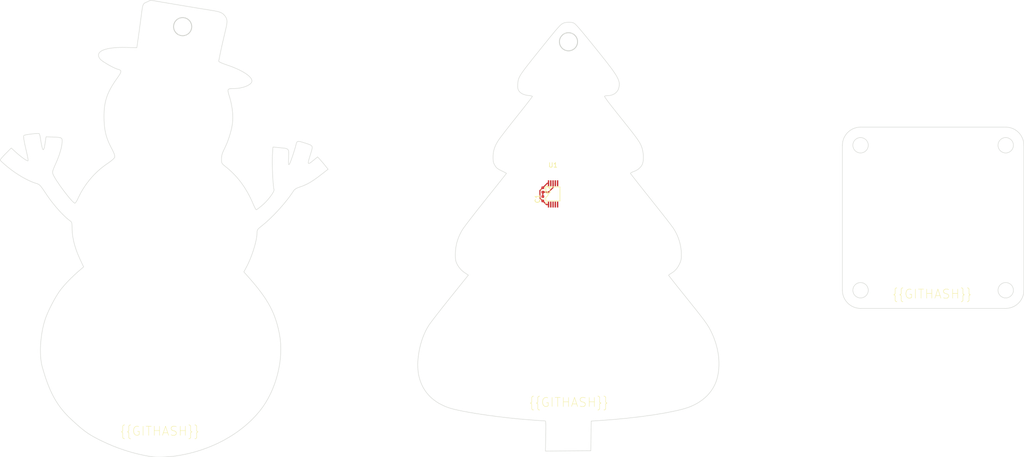
<source format=kicad_pcb>
(kicad_pcb (version 20221018) (generator pcbnew)
  (layers (0 "F.Cu" signal) (31 "B.Cu" signal) (34 "B.Paste" user) (35 "F.Paste" user) (36 "B.SilkS" user "B.Silkscreen") (37 "F.SilkS" user "F.Silkscreen") (38 "B.Mask" user) (39 "F.Mask" user) (44 "Edge.Cuts" user))
  (net 0 "")
  (net 1 "vcc")
  (net 2 "scl")
  (net 3 "sda")
  (net 4 "in_trig")
  (net 5 "en")
  (net 6 "vdd_nc")
  (net 7 "p")
  (net 8 "gnd")
  (net 9 "n")
  (footprint "lib:C0402" (layer "F.Cu") (at 155.566181 91.641436 -90)
    (fp_text reference "C2" (at 0 -1.16 90) (layer "F.SilkS"))
    (fp_text value "Multilayer Ceramic Capacitors MLCC - SMD/SMT 1uF 6.3V 0402 RoHS")
    (fp_line (start -0.107836 -0.36) (end 0.107836 -0.36) (stroke (width 0.12)) (layer "F.SilkS"))
    (fp_line (start -0.107836 0.36) (end 0.107836 0.36) (stroke (width 0.12)) (layer "F.SilkS"))
    (pad "1" smd roundrect (at -0.48 0 270) (size 0.56 0.62) (layers "F.Cu" "F.Paste" "F.Mask") (net 1 "vcc"))
    (pad "2" smd roundrect (at 0.48 0 270) (size 0.56 0.62) (layers "F.Cu" "F.Paste" "F.Mask") (net 8 "gnd"))
  )
  (footprint "lib:VSSOP-10_L3.0-W3.0-P0.50-LS4.9-BL" (layer "F.Cu") (at 157.825 92.525)
    (fp_text reference "U1" (at 0 -6.35) (layer "F.SilkS"))
    (fp_text value "")
    (fp_line (start -1.6 -1.53) (end -1.6 -0.7) (stroke (width 0.15)) (layer "F.SilkS"))
    (fp_line (start -1.6 0.73) (end -1.6 1.56) (stroke (width 0.15)) (layer "F.SilkS"))
    (fp_line (start -1.58 -1.53) (end 1.52 -1.53) (stroke (width 0.15)) (layer "F.SilkS"))
    (fp_line (start -1.58 1.56) (end 1.52 1.56) (stroke (width 0.15)) (layer "F.SilkS"))
    (fp_line (start 1.52 1.57) (end 1.52 -1.53) (stroke (width 0.15)) (layer "F.SilkS"))
    (fp_arc (start -1.605241 -0.671551) (mid -1.079184 0.027267) (end -1.6 0.73) (stroke (width 0.15)) (layer "F.SilkS"))
    (fp_circle (center -1.52 1.98) (end -1.42 1.98) (stroke (width 0.2)) (fill none) (layer "F.SilkS"))
    (pad "1" smd rect (at -1 2.35) (size 0.3 1.3) (layers "F.Cu" "F.Paste" "F.Mask") (net 1 "vcc"))
    (pad "2" smd rect (at -0.5 2.35) (size 0.3 1.3) (layers "F.Cu" "F.Paste" "F.Mask") (net 2 "scl"))
    (pad "3" smd rect (at 0 2.35) (size 0.3 1.3) (layers "F.Cu" "F.Paste" "F.Mask") (net 3 "sda"))
    (pad "4" smd rect (at 0.5 2.35) (size 0.3 1.3) (layers "F.Cu" "F.Paste" "F.Mask") (net 4 "in_trig"))
    (pad "5" smd rect (at 1 2.35) (size 0.3 1.3) (layers "F.Cu" "F.Paste" "F.Mask") (net 5 "en"))
    (pad "6" smd rect (at 1 -2.35) (size 0.3 1.3) (layers "F.Cu" "F.Paste" "F.Mask") (net 6 "vdd_nc"))
    (pad "7" smd rect (at 0.5 -2.35) (size 0.3 1.3) (layers "F.Cu" "F.Paste" "F.Mask") (net 7 "p"))
    (pad "8" smd rect (at 0 -2.35) (size 0.3 1.3) (layers "F.Cu" "F.Paste" "F.Mask") (net 8 "gnd"))
    (pad "9" smd rect (at -0.5 -2.35) (size 0.3 1.3) (layers "F.Cu" "F.Paste" "F.Mask") (net 9 "n"))
    (pad "10" smd rect (at -1 -2.35) (size 0.3 1.3) (layers "F.Cu" "F.Paste" "F.Mask") (net 1 "vcc"))
  )
  (footprint "lib:C0402" (layer "F.Cu") (at 155.566181 93.595775 90)
    (fp_text reference "C1" (at 0 -1.16 90) (layer "F.SilkS"))
    (fp_text value "Multilayer Ceramic Capacitors MLCC - SMD/SMT 1uF 6.3V 0402 RoHS")
    (fp_line (start -0.107836 -0.36) (end 0.107836 -0.36) (stroke (width 0.12)) (layer "F.SilkS"))
    (fp_line (start -0.107836 0.36) (end 0.107836 0.36) (stroke (width 0.12)) (layer "F.SilkS"))
    (pad "1" smd roundrect (at -0.48 0 90) (size 0.56 0.62) (layers "F.Cu" "F.Paste" "F.Mask") (net 1 "vcc"))
    (pad "2" smd roundrect (at 0.48 0 90) (size 0.56 0.62) (layers "F.Cu" "F.Paste" "F.Mask") (net 8 "gnd"))
  )
  (gr_circle (center 225.62 81.79) (end 227.32 81.79) (stroke (width 0.1)) (fill none) (layer "Edge.Cuts"))
  (gr_circle (center 257.62 113.79) (end 259.32 113.79) (stroke (width 0.1)) (fill none) (layer "Edge.Cuts"))
  (gr_circle (center 257.62 81.79) (end 259.32 81.79) (stroke (width 0.1)) (fill none) (layer "Edge.Cuts"))
  (gr_poly (pts (xy 75.142222 50.797022) (xy 79.756606 51.568267) (xy 82.366969 51.99203) (xy 83.019066 52.095762) (xy 83.303876 52.146979) (xy 83.563537 52.198618) (xy 83.799806 52.251323) (xy 84.01444 52.305736) (xy 84.209196 52.362498) (xy 84.385831 52.422252) (xy 84.546102 52.485641) (xy 84.691766 52.553306) (xy 84.824581 52.62589) (xy 84.946303 52.704035) (xy 85.05869 52.788383) (xy 85.163499 52.879577) (xy 85.262486 52.978258) (xy 85.357409 53.08507) (xy 85.479286 53.234958) (xy 85.586233 53.378736) (xy 85.634185 53.44915) (xy 85.678498 53.519015) (xy 85.719202 53.588656) (xy 85.75633 53.658402) (xy 85.789911 53.728576) (xy 85.819976 53.799506) (xy 85.846558 53.871517) (xy 85.869686 53.944936) (xy 85.889392 54.020089) (xy 85.905707 54.097301) (xy 85.918662 54.176899) (xy 85.928287 54.259209) (xy 85.934615 54.344557) (xy 85.937675 54.433269) (xy 85.937499 54.525672) (xy 85.934119 54.62209) (xy 85.927564 54.722851) (xy 85.917866 54.82828) (xy 85.889166 55.054449) (xy 85.848266 55.303204) (xy 85.795414 55.577155) (xy 85.730859 55.878909) (xy 85.654849 56.211077) (xy 84.878546 59.55341) (xy 84.657875 60.550977) (xy 84.450892 61.532488) (xy 84.331406 62.116419) (xy 84.229648 62.629765) (xy 84.15639 63.017063) (xy 84.122409 63.222849) (xy 84.123062 63.236814) (xy 84.127967 63.251873) (xy 84.137065 63.268001) (xy 84.150302 63.285171) (xy 84.167619 63.303357) (xy 84.188962 63.322534) (xy 84.214273 63.342674) (xy 84.243497 63.363751) (xy 84.313454 63.408613) (xy 84.398381 63.456909) (xy 84.497828 63.50843) (xy 84.611342 63.562966) (xy 84.738473 63.620306) (xy 84.878767 63.680241) (xy 85.031775 63.742561) (xy 85.197043 63.807056) (xy 85.374121 63.873515) (xy 85.562558 63.94173) (xy 85.7619 64.011489) (xy 85.971698 64.082583) (xy 86.585981 64.296029) (xy 87.172975 64.516947) (xy 87.730729 64.744054) (xy 88.257293 64.976069) (xy 88.75072 65.211708) (xy 89.209058 65.449689) (xy 89.63036 65.68873) (xy 90.012676 65.927548) (xy 90.354056 66.16486) (xy 90.652552 66.399385) (xy 90.906214 66.629839) (xy 91.113092 66.85494) (xy 91.271238 67.073405) (xy 91.378702 67.283953) (xy 91.412819 67.385857) (xy 91.433535 67.485301) (xy 91.440605 67.582123) (xy 91.433787 67.676165) (xy 91.41712 67.753004) (xy 91.390362 67.829368) (xy 91.35383 67.905131) (xy 91.307839 67.980165) (xy 91.252707 68.054343) (xy 91.188749 68.12754) (xy 91.116281 68.199626) (xy 91.03562 68.270477) (xy 90.947082 68.339964) (xy 90.850984 68.407961) (xy 90.747641 68.47434) (xy 90.637371 68.538975) (xy 90.520488 68.601739) (xy 90.39731 68.662505) (xy 90.268153 68.721145) (xy 90.133332 68.777534) (xy 89.993165 68.831543) (xy 89.847967 68.883047) (xy 89.543745 68.978027) (xy 89.223197 69.06146) (xy 88.888852 69.132329) (xy 88.54324 69.189618) (xy 88.188892 69.232313) (xy 88.009232 69.24787) (xy 87.828337 69.259397) (xy 87.646523 69.266767) (xy 87.464106 69.269854) (xy 87.202959 69.272042) (xy 86.97453 69.277492) (xy 86.777472 69.288473) (xy 86.690288 69.296746) (xy 86.610443 69.307253) (xy 86.537768 69.320276) (xy 86.472096 69.3361) (xy 86.413258 69.355009) (xy 86.361087 69.377285) (xy 86.315414 69.403211) (xy 86.276071 69.433073) (xy 86.24289 69.467154) (xy 86.215703 69.505736) (xy 86.194342 69.549103) (xy 86.178638 69.59754) (xy 86.168424 69.65133) (xy 86.163532 69.710755) (xy 86.163793 69.776101) (xy 86.169039 69.847649) (xy 86.179102 69.925685) (xy 86.193814 70.010491) (xy 86.236514 70.20155) (xy 86.295792 70.423093) (xy 86.370304 70.677389) (xy 86.458705 70.966708) (xy 86.582128 71.384478) (xy 86.694998 71.803093) (xy 86.797211 72.221567) (xy 86.888665 72.638919) (xy 86.969257 73.054166) (xy 87.038885 73.466323) (xy 87.097447 73.874409) (xy 87.144838 74.277439) (xy 87.180958 74.674432) (xy 87.205702 75.064404) (xy 87.21897 75.446371) (xy 87.220657 75.819352) (xy 87.210662 76.182361) (xy 87.188881 76.534418) (xy 87.155212 76.874538) (xy 87.109553 77.201739) (xy 86.986123 77.871628) (xy 86.830027 78.558912) (xy 86.643845 79.255662) (xy 86.430157 79.953949) (xy 86.19154 80.645848) (xy 85.930575 81.323429) (xy 85.649841 81.978766) (xy 85.351916 82.60393) (xy 85.189192 82.938586) (xy 85.118752 83.093315) (xy 85.055229 83.240939) (xy 84.998352 83.382431) (xy 84.947849 83.518761) (xy 84.903447 83.650903) (xy 84.864875 83.779828) (xy 84.831859 83.906506) (xy 84.804129 84.031911) (xy 84.781412 84.157013) (xy 84.763435 84.282785) (xy 84.749927 84.410197) (xy 84.740615 84.540223) (xy 84.735228 84.673833) (xy 84.733493 84.811999) (xy 84.736223 85.129082) (xy 84.741369 85.261496) (xy 84.750575 85.379459) (xy 84.764997 85.485194) (xy 84.774524 85.534172) (xy 84.785789 85.580928) (xy 84.798934 85.625739) (xy 84.814106 85.668884) (xy 84.831447 85.710641) (xy 84.851104 85.751288) (xy 84.873219 85.791103) (xy 84.897937 85.830364) (xy 84.925403 85.869349) (xy 84.955761 85.908337) (xy 84.989155 85.947605) (xy 85.02573 85.987432) (xy 85.109 86.069873) (xy 85.206725 86.157886) (xy 85.320061 86.253696) (xy 85.598185 86.477602) (xy 86.096863 86.886277) (xy 86.577755 87.306529) (xy 87.04138 87.739064) (xy 87.488258 88.184586) (xy 87.918909 88.6438) (xy 88.333852 89.117412) (xy 88.733607 89.606125) (xy 89.118694 90.110646) (xy 89.489632 90.631678) (xy 89.846941 91.169927) (xy 90.19114 91.726098) (xy 90.52275 92.300895) (xy 90.84229 92.895024) (xy 91.150279 93.509189) (xy 91.447237 94.144095) (xy 91.733683 94.800448) (xy 91.84059 95.047283) (xy 91.945802 95.277558) (xy 92.046625 95.486234) (xy 92.140364 95.668271) (xy 92.224324 95.818627) (xy 92.295813 95.932265) (xy 92.326039 95.973739) (xy 92.352136 96.004143) (xy 92.373767 96.022848) (xy 92.382804 96.027616) (xy 92.390597 96.029223) (xy 92.399173 96.028006) (xy 92.410522 96.024397) (xy 92.441219 96.010237) (xy 92.482045 95.987221) (xy 92.53236 95.955824) (xy 92.591521 95.916524) (xy 92.658887 95.869798) (xy 92.815666 95.755976) (xy 92.997564 95.618173) (xy 93.199447 95.460204) (xy 93.416182 95.285885) (xy 93.642634 95.099032) (xy 93.891007 94.882848) (xy 94.141366 94.648628) (xy 94.390948 94.400061) (xy 94.636991 94.140836) (xy 94.87673 93.874641) (xy 95.107403 93.605164) (xy 95.326247 93.336095) (xy 95.530498 93.071122) (xy 95.717394 92.813933) (xy 95.884171 92.568218) (xy 96.028066 92.337665) (xy 96.146316 92.125962) (xy 96.236159 91.936798) (xy 96.294829 91.773863) (xy 96.311612 91.703383) (xy 96.319566 91.640844) (xy 96.318345 91.586706) (xy 96.307605 91.54143) (xy 96.264441 91.378418) (xy 96.221593 91.121805) (xy 96.138989 90.373142) (xy 96.064068 89.386161) (xy 96.001109 88.251583) (xy 95.954389 87.060129) (xy 95.928186 85.902519) (xy 95.926777 84.869474) (xy 95.95444 84.051714) (xy 96.07471 82.177477) (xy 97.36716 82.304781) (xy 98.13507 82.379263) (xy 98.441266 82.413109) (xy 98.700599 82.449744) (xy 98.916803 82.492956) (xy 99.009898 82.518212) (xy 99.09361 82.546534) (xy 99.168406 82.578395) (xy 99.234753 82.614268) (xy 99.293117 82.654627) (xy 99.343964 82.699946) (xy 99.387763 82.750698) (xy 99.424978 82.807357) (xy 99.456076 82.870396) (xy 99.481525 82.94029) (xy 99.501791 83.017511) (xy 99.51734 83.102533) (xy 99.536155 83.297877) (xy 99.541702 83.530109) (xy 99.537716 83.803018) (xy 99.51607 84.486025) (xy 99.501811 85.019341) (xy 99.495778 85.429631) (xy 99.49953 85.727933) (xy 99.505563 85.838537) (xy 99.514626 85.925284) (xy 99.526915 85.989553) (xy 99.542625 86.032723) (xy 99.551823 86.046828) (xy 99.56195 86.056175) (xy 99.573029 86.060938) (xy 99.585085 86.061289) (xy 99.612224 86.049443) (xy 99.643564 86.022019) (xy 99.679299 85.980395) (xy 99.719623 85.925951) (xy 99.770963 85.835961) (xy 99.83738 85.6921) (xy 100.00736 85.267042) (xy 100.213404 84.699332) (xy 100.439353 84.037526) (xy 100.669049 83.330178) (xy 100.886332 82.625845) (xy 101.075044 81.973082) (xy 101.219027 81.420443) (xy 101.232451 81.367288) (xy 101.246658 81.317349) (xy 101.261814 81.270604) (xy 101.278084 81.227032) (xy 101.295634 81.186611) (xy 101.314631 81.149321) (xy 101.33524 81.115138) (xy 101.357628 81.084043) (xy 101.381959 81.056013) (xy 101.4084 81.031027) (xy 101.437117 81.009064) (xy 101.468275 80.990102) (xy 101.502041 80.974119) (xy 101.538581 80.961095) (xy 101.578059 80.951007) (xy 101.620643 80.943835) (xy 101.666497 80.939556) (xy 101.715788 80.938149) (xy 101.768682 80.939594) (xy 101.825345 80.943867) (xy 101.885942 80.950949) (xy 101.950639 80.960817) (xy 102.019603 80.97345) (xy 102.092998 80.988826) (xy 102.170992 81.006924) (xy 102.253749 81.027723) (xy 102.434219 81.077337) (xy 102.635734 81.137495) (xy 102.859622 81.208025) (xy 103.581471 81.438726) (xy 103.868146 81.535185) (xy 104.108644 81.625316) (xy 104.212356 81.669476) (xy 104.305459 81.713816) (xy 104.388264 81.758923) (xy 104.461082 81.805384) (xy 104.524226 81.853787) (xy 104.578006 81.904719) (xy 104.622735 81.958768) (xy 104.658725 82.01652) (xy 104.686285 82.078563) (xy 104.705729 82.145484) (xy 104.717368 82.217871) (xy 104.721513 82.296311) (xy 104.718476 82.381392) (xy 104.708568 82.4737) (xy 104.692102 82.573823) (xy 104.669388 82.682348) (xy 104.606464 82.926954) (xy 104.522289 83.212218) (xy 104.300158 83.92351) (xy 104.076968 84.658354) (xy 103.993442 84.95378) (xy 103.929762 85.203046) (xy 103.886777 85.407528) (xy 103.865337 85.568604) (xy 103.862962 85.633296) (xy 103.866292 85.687652) (xy 103.875434 85.731846) (xy 103.890492 85.766049) (xy 103.911574 85.790433) (xy 103.938786 85.805172) (xy 103.972234 85.810436) (xy 104.012025 85.806398) (xy 104.058263 85.79323) (xy 104.111056 85.771105) (xy 104.236732 85.700671) (xy 104.3899 85.596472) (xy 104.571411 85.459887) (xy 105.02286 85.095065) (xy 105.918216 84.355181) (xy 106.388476 84.86751) (xy 106.496975 84.987739) (xy 106.625318 85.133369) (xy 106.92254 85.478508) (xy 107.242155 85.858286) (xy 107.546176 86.22806) (xy 108.2336 87.076296) (xy 106.72333 88.254687) (xy 106.031007 88.783192) (xy 105.392025 89.245391) (xy 105.089314 89.453516) (xy 104.796071 89.647331) (xy 104.511007 89.827593) (xy 104.232833 89.995056) (xy 103.960259 90.150478) (xy 103.691998 90.294613) (xy 103.426759 90.428217) (xy 103.163254 90.552046) (xy 102.900193 90.666855) (xy 102.636288 90.773401) (xy 102.370249 90.872439) (xy 102.100787 90.964724) (xy 101.955978 91.013649) (xy 101.818902 91.062832) (xy 101.689432 91.112348) (xy 101.567439 91.162273) (xy 101.452795 91.212683) (xy 101.345371 91.263651) (xy 101.245039 91.315254) (xy 101.151671 91.367567) (xy 101.065138 91.420665) (xy 100.985313 91.474624) (xy 100.912065 91.529517) (xy 100.845269 91.585421) (xy 100.784794 91.642412) (xy 100.730512 91.700563) (xy 100.682296 91.759951) (xy 100.640017 91.82065) (xy 100.313962 92.312951) (xy 99.958065 92.82026) (xy 99.575318 93.339289) (xy 99.168711 93.866747) (xy 98.741234 94.399346) (xy 98.295878 94.933795) (xy 97.835635 95.466804) (xy 97.363494 95.995083) (xy 96.882446 96.515343) (xy 96.395482 97.024295) (xy 95.905593 97.518647) (xy 95.415769 97.995111) (xy 94.929002 98.450396) (xy 94.44828 98.881213) (xy 93.976596 99.284272) (xy 93.51694 99.656283) (xy 93.364132 99.777198) (xy 93.228349 99.887118) (xy 93.108601 99.987555) (xy 93.003899 100.080022) (xy 92.913256 100.166032) (xy 92.835682 100.247098) (xy 92.770188 100.324733) (xy 92.741662 100.362737) (xy 92.715786 100.40045) (xy 92.692435 100.438062) (xy 92.671487 100.475762) (xy 92.652817 100.513738) (xy 92.636302 100.552181) (xy 92.621819 100.591279) (xy 92.609244 100.631221) (xy 92.589322 100.714395) (xy 92.575548 100.803215) (xy 92.566934 100.899195) (xy 92.56249 101.003847) (xy 92.561229 101.118685) (xy 92.548214 101.459191) (xy 92.510172 101.840399) (xy 92.448603 102.257479) (xy 92.365007 102.705605) (xy 92.260885 103.179948) (xy 92.137739 103.675679) (xy 91.997068 104.187971) (xy 91.840373 104.711996) (xy 91.669155 105.242926) (xy 91.484915 105.775933) (xy 91.289154 106.306188) (xy 91.083372 106.828864) (xy 90.86907 107.339132) (xy 90.647749 107.832164) (xy 90.420909 108.303133) (xy 90.190051 108.74721) (xy 89.658061 109.729433) (xy 90.799319 111.025652) (xy 91.552256 111.894452) (xy 92.247519 112.726345) (xy 92.887901 113.52649) (xy 93.476195 114.300047) (xy 94.015193 115.052178) (xy 94.507688 115.788042) (xy 94.956473 116.5128) (xy 95.364341 117.231612) (xy 95.734083 117.949638) (xy 96.068493 118.672038) (xy 96.370364 119.403974) (xy 96.642488 120.150605) (xy 96.887657 120.917091) (xy 97.108665 121.708593) (xy 97.308304 122.530271) (xy 97.489367 123.387286) (xy 97.659586 124.435519) (xy 97.764545 125.512723) (xy 97.805707 126.613102) (xy 97.784533 127.73086) (xy 97.702485 128.860202) (xy 97.561026 129.995332) (xy 97.361618 131.130454) (xy 97.105722 132.259774) (xy 96.794801 133.377494) (xy 96.430316 134.47782) (xy 96.01373 135.554956) (xy 95.546505 136.603107) (xy 95.030102 137.616476) (xy 94.465984 138.589268) (xy 93.855613 139.515689) (xy 93.20045 140.389941) (xy 92.386005 141.350273) (xy 91.510226 142.273552) (xy 90.576227 143.158109) (xy 89.587122 144.002278) (xy 88.546024 144.80439) (xy 87.456048 145.562779) (xy 86.320308 146.275777) (xy 85.141916 146.941716) (xy 83.923988 147.558929) (xy 82.669636 148.125749) (xy 81.381976 148.640508) (xy 80.06412 149.101539) (xy 78.719182 149.507174) (xy 77.350277 149.855747) (xy 75.960518 150.145589) (xy 74.553019 150.375033) (xy 73.862872 150.459306) (xy 73.131633 150.525975) (xy 72.383923 150.574372) (xy 71.644361 150.603827) (xy 70.93757 150.613671) (xy 70.288169 150.603235) (xy 69.720779 150.57185) (xy 69.475532 150.548093) (xy 69.26002 150.518847) (xy 69.260051 150.518832) (xy 67.831835 150.262486) (xy 66.416949 149.953785) (xy 65.016193 149.592984) (xy 63.630368 149.180338) (xy 62.260274 148.716103) (xy 60.90671 148.200532) (xy 59.570477 147.633881) (xy 58.252375 147.016405) (xy 57.283074 146.528505) (xy 56.847829 146.298277) (xy 56.438641 146.072324) (xy 56.050351 145.846994) (xy 55.6778 145.618633) (xy 55.315827 145.383588) (xy 54.959273 145.138205) (xy 54.602979 144.87883) (xy 54.241783 144.601811) (xy 53.870528 144.303492) (xy 53.484054 143.980222) (xy 52.644807 143.244211) (xy 51.682765 142.36455) (xy 51.097036 141.804159) (xy 50.54538 141.238954) (xy 50.025658 140.665073) (xy 49.535731 140.078649) (xy 49.07346 139.475819) (xy 48.636705 138.852719) (xy 48.223328 138.205483) (xy 47.831189 137.530249) (xy 47.458149 136.823151) (xy 47.10207 136.080325) (xy 46.760812 135.297907) (xy 46.432236 134.472032) (xy 46.114202 133.598836) (xy 45.804573 132.674455) (xy 45.501208 131.695024) (xy 45.201968 130.656679) (xy 45.078569 130.147371) (xy 44.978794 129.594224) (xy 44.90231 129.00242) (xy 44.848785 128.377144) (xy 44.817886 127.723579) (xy 44.809281 127.046907) (xy 44.822637 126.352311) (xy 44.857621 125.644974) (xy 44.913901 124.93008) (xy 44.991145 124.212811) (xy 45.089019 123.498351) (xy 45.207191 122.791883) (xy 45.345328 122.098589) (xy 45.503099 121.423652) (xy 45.68017 120.772256) (xy 45.876208 120.149584) (xy 46.005143 119.787909) (xy 46.154924 119.401263) (xy 46.508073 118.570286) (xy 46.917749 117.69111) (xy 47.366047 116.79819) (xy 47.83506 115.92598) (xy 48.306883 115.108937) (xy 48.76361 114.381515) (xy 48.980717 114.062179) (xy 49.187335 113.77817) (xy 49.387433 113.519297) (xy 49.599256 113.255538) (xy 50.056372 112.715109) (xy 50.555279 112.160374) (xy 51.092575 111.594824) (xy 51.664855 111.021952) (xy 52.268718 110.445248) (xy 52.900758 109.868205) (xy 53.557574 109.294314) (xy 54.329783 108.634142) (xy 53.616031 107.110232) (xy 53.390001 106.6154) (xy 53.179365 106.128819) (xy 52.984012 105.650049) (xy 52.803829 105.178652) (xy 52.638704 104.71419) (xy 52.488525 104.256224) (xy 52.353181 103.804315) (xy 52.232559 103.358025) (xy 52.126547 102.916915) (xy 52.035034 102.480548) (xy 51.957906 102.048484) (xy 51.895053 101.620284) (xy 51.846363 101.195511) (xy 51.811722 100.773726) (xy 51.79102 100.35449) (xy 51.784144 99.937365) (xy 51.780657 99.620612) (xy 51.776007 99.482669) (xy 51.769161 99.357285) (xy 51.759927 99.243666) (xy 51.748111 99.141014) (xy 51.733519 99.048534) (xy 51.715958 98.96543) (xy 51.695233 98.890904) (xy 51.671153 98.824161) (xy 51.643523 98.764406) (xy 51.612149 98.71084) (xy 51.576839 98.662669) (xy 51.537399 98.619096) (xy 51.493635 98.579325) (xy 51.445353 98.542559) (xy 51.149902 98.324092) (xy 50.839064 98.073347) (xy 50.514896 97.792628) (xy 50.179453 97.484238) (xy 49.834791 97.150482) (xy 49.482966 96.793665) (xy 49.126033 96.41609) (xy 48.766047 96.020062) (xy 48.405065 95.607885) (xy 48.045142 95.181864) (xy 47.688333 94.744302) (xy 47.336694 94.297504) (xy 46.992281 93.843774) (xy 46.657149 93.385417) (xy 46.333354 92.924737) (xy 46.022952 92.464037) (xy 45.611719 91.844971) (xy 45.279782 91.362091) (xy 45.137757 91.165551) (xy 45.008606 90.995655) (xy 44.89001 90.849933) (xy 44.779654 90.725918) (xy 44.675221 90.621143) (xy 44.574392 90.533138) (xy 44.474852 90.459437) (xy 44.374284 90.397571) (xy 44.27037 90.345073) (xy 44.160793 90.299474) (xy 44.043237 90.258307) (xy 43.915385 90.219103) (xy 43.593888 90.117525) (xy 43.255864 89.996009) (xy 42.903268 89.855657) (xy 42.538058 89.697573) (xy 42.162189 89.522858) (xy 41.777618 89.332616) (xy 41.386301 89.127951) (xy 40.990194 88.909964) (xy 40.591254 88.679759) (xy 40.191438 88.438438) (xy 39.792701 88.187105) (xy 39.396999 87.926862) (xy 39.00629 87.658812) (xy 38.622529 87.384058) (xy 38.247673 87.103703) (xy 37.883677 86.81885) (xy 37.49456 86.502783) (xy 37.131548 86.199554) (xy 36.802586 85.916398) (xy 36.515619 85.660548) (xy 36.278593 85.439239) (xy 36.099452 85.259705) (xy 36.034071 85.187865) (xy 35.986141 85.129182) (xy 35.956654 85.08456) (xy 35.946605 85.054903) (xy 35.948192 85.042433) (xy 35.952903 85.026953) (xy 35.971384 84.987332) (xy 36.001425 84.936776) (xy 36.042403 84.876021) (xy 36.093695 84.805804) (xy 36.154681 84.726859) (xy 36.224736 84.639924) (xy 36.303239 84.545735) (xy 36.389567 84.445026) (xy 36.483097 84.338536) (xy 36.689276 84.11115) (xy 36.916796 83.869466) (xy 37.037003 83.745102) (xy 37.160678 83.619372) (xy 38.374759 82.395922) (xy 39.365809 83.301684) (xy 39.814301 83.698656) (xy 40.266196 84.075272) (xy 40.704205 84.419302) (xy 41.111041 84.718514) (xy 41.469414 84.960676) (xy 41.625024 85.056541) (xy 41.762035 85.133557) (xy 41.878286 85.190195) (xy 41.971615 85.224926) (xy 42.039863 85.236222) (xy 42.063905 85.232603) (xy 42.080867 85.222552) (xy 42.085566 85.215268) (xy 42.089233 85.203934) (xy 42.093537 85.169549) (xy 42.093921 85.120268) (xy 42.090523 85.056964) (xy 42.083485 84.98051) (xy 42.072948 84.891778) (xy 42.059051 84.79164) (xy 42.041937 84.68097) (xy 41.998614 84.43152) (xy 41.944105 84.150408) (xy 41.879534 83.844615) (xy 41.806025 83.52112) (xy 41.578977 82.541169) (xy 41.399614 81.732306) (xy 41.265507 81.079136) (xy 41.174225 80.56626) (xy 41.123338 80.17828) (xy 41.112283 80.026315) (xy 41.110416 79.899799) (xy 41.117432 79.796809) (xy 41.133029 79.71542) (xy 41.156901 79.653706) (xy 41.188746 79.609743) (xy 41.213078 79.592846) (xy 41.252556 79.575085) (xy 41.372962 79.537437) (xy 41.541984 79.497733) (xy 41.751641 79.456905) (xy 42.26094 79.37561) (xy 42.837013 79.301016) (xy 43.416018 79.240586) (xy 43.934111 79.201782) (xy 44.150364 79.192822) (xy 44.327447 79.192067) (xy 44.45738 79.20045) (xy 44.532183 79.218905) (xy 44.538527 79.223215) (xy 44.545097 79.229471) (xy 44.551878 79.23762) (xy 44.558855 79.247608) (xy 44.573336 79.272888) (xy 44.588416 79.304879) (xy 44.603974 79.343154) (xy 44.619887 79.387282) (xy 44.636031 79.436835) (xy 44.652284 79.491383) (xy 44.668525 79.550496) (xy 44.684629 79.613746) (xy 44.700475 79.680703) (xy 44.715939 79.750937) (xy 44.7309 79.82402) (xy 44.745234 79.899521) (xy 44.75882 79.977012) (xy 44.771533 80.056063) (xy 44.946351 81.130774) (xy 45.025944 81.564983) (xy 45.101061 81.931234) (xy 45.172253 82.230134) (xy 45.24007 82.462288) (xy 45.305063 82.628302) (xy 45.336673 82.686696) (xy 45.367783 82.728781) (xy 45.398463 82.754634) (xy 45.428781 82.764331) (xy 45.458807 82.757947) (xy 45.488608 82.735557) (xy 45.518254 82.697238) (xy 45.547814 82.643066) (xy 45.606951 82.487462) (xy 45.666568 82.269351) (xy 45.727218 81.98934) (xy 45.78945 81.648032) (xy 45.853816 81.246035) (xy 46.055377 79.918581) (xy 47.417926 79.96628) (xy 48.109143 79.993687) (xy 48.392021 80.009194) (xy 48.636741 80.027435) (xy 48.846051 80.049559) (xy 49.022696 80.076715) (xy 49.169424 80.110051) (xy 49.288982 80.150717) (xy 49.339431 80.174158) (xy 49.384117 80.199861) (xy 49.423385 80.227972) (xy 49.457577 80.258632) (xy 49.487036 80.291987) (xy 49.512107 80.32818) (xy 49.533132 80.367353) (xy 49.550455 80.409652) (xy 49.575367 80.504197) (xy 49.589592 80.612965) (xy 49.595876 80.737105) (xy 49.596965 80.877764) (xy 49.590289 81.099803) (xy 49.571905 81.336737) (xy 49.542029 81.587807) (xy 49.500879 81.852253) (xy 49.448672 82.129318) (xy 49.385623 82.418243) (xy 49.311951 82.718269) (xy 49.227873 83.028637) (xy 49.133604 83.34859) (xy 49.029362 83.677367) (xy 48.915364 84.014212) (xy 48.791827 84.358364) (xy 48.658967 84.709065) (xy 48.517002 85.065558) (xy 48.366148 85.427082) (xy 48.206622 85.792879) (xy 47.949769 86.374791) (xy 47.755997 86.832451) (xy 47.68104 87.021721) (xy 47.619784 87.188367) (xy 47.571537 87.335205) (xy 47.535609 87.465048) (xy 47.511311 87.580709) (xy 47.497952 87.685002) (xy 47.494842 87.78074) (xy 47.501291 87.870737) (xy 47.516609 87.957807) (xy 47.540106 88.044763) (xy 47.571091 88.134418) (xy 47.608874 88.229586) (xy 47.761079 88.551834) (xy 47.975096 88.939463) (xy 48.241913 89.380584) (xy 48.55252 89.863307) (xy 49.269066 90.905997) (xy 50.052651 91.972411) (xy 50.831193 92.967426) (xy 51.196047 93.408433) (xy 51.532609 93.795921) (xy 51.831869 94.117998) (xy 52.084818 94.362774) (xy 52.282443 94.518359) (xy 52.357694 94.558989) (xy 52.415736 94.572863) (xy 52.426811 94.571375) (xy 52.439084 94.56696) (xy 52.452509 94.559691) (xy 52.467041 94.549641) (xy 52.482633 94.536883) (xy 52.499239 94.521489) (xy 52.516813 94.503532) (xy 52.535309 94.483086) (xy 52.574881 94.435018) (xy 52.617586 94.377866) (xy 52.663055 94.312214) (xy 52.710918 94.238646) (xy 52.760808 94.157745) (xy 52.812354 94.070093) (xy 52.865187 93.976276) (xy 52.918939 93.876875) (xy 52.97324 93.772474) (xy 53.02772 93.663657) (xy 53.082012 93.551007) (xy 53.135745 93.435107) (xy 53.405424 92.869327) (xy 53.69623 92.311615) (xy 54.007442 91.76282) (xy 54.338342 91.223792) (xy 54.688208 90.695381) (xy 55.05632 90.178436) (xy 55.441958 89.673808) (xy 55.844402 89.182347) (xy 56.262932 88.704901) (xy 56.696828 88.242322) (xy 57.145369 87.795459) (xy 57.607836 87.365163) (xy 58.083508 86.952281) (xy 58.571665 86.557666) (xy 59.071586 86.182166) (xy 59.582553 85.826632) (xy 59.914962 85.598282) (xy 60.214172 85.3804) (xy 60.477869 85.17504) (xy 60.595674 85.077698) (xy 60.703732 84.984257) (xy 60.801753 84.894974) (xy 60.889447 84.810106) (xy 60.966524 84.72991) (xy 61.032694 84.654642) (xy 61.087669 84.584559) (xy 61.131158 84.519919) (xy 61.162872 84.460977) (xy 61.182521 84.407992) (xy 61.189444 84.378526) (xy 61.194656 84.347449) (xy 61.198136 84.314702) (xy 61.199864 84.280227) (xy 61.197977 84.205863) (xy 61.188829 84.123892) (xy 61.172254 84.033852) (xy 61.148084 83.935279) (xy 61.116154 83.82771) (xy 61.076297 83.71068) (xy 61.028345 83.583727) (xy 60.972134 83.446388) (xy 60.907495 83.298197) (xy 60.834263 83.138693) (xy 60.75227 82.967412) (xy 60.661351 82.783889) (xy 60.561339 82.587662) (xy 60.452067 82.378268) (xy 60.237971 81.961359) (xy 60.041673 81.555601) (xy 59.862568 81.158484) (xy 59.700049 80.767498) (xy 59.553508 80.380135) (xy 59.422339 79.993885) (xy 59.305935 79.60624) (xy 59.203689 79.21469) (xy 59.114995 78.816725) (xy 59.039245 78.409838) (xy 58.975833 77.991518) (xy 58.924151 77.559256) (xy 58.883594 77.110544) (xy 58.853553 76.642872) (xy 58.833423 76.153731) (xy 58.822596 75.640612) (xy 58.82378 75.019765) (xy 58.843433 74.425285) (xy 58.882591 73.854032) (xy 58.942291 73.302869) (xy 59.023569 72.768658) (xy 59.127459 72.248262) (xy 59.255 71.738542) (xy 59.407225 71.236361) (xy 59.585172 70.73858) (xy 59.789877 70.242062) (xy 60.022374 69.743669) (xy 60.283701 69.240263) (xy 60.574893 68.728705) (xy 60.896986 68.205859) (xy 61.251015 67.668586) (xy 61.638018 67.113749) (xy 61.84244 66.825076) (xy 62.020375 66.566593) (xy 62.17201 66.336298) (xy 62.29753 66.132187) (xy 62.397121 65.95226) (xy 62.470968 65.794512) (xy 62.498296 65.72333) (xy 62.519258 65.656942) (xy 62.533877 65.595098) (xy 62.542176 65.537547) (xy 62.544179 65.484039) (xy 62.539908 65.434323) (xy 62.529387 65.388151) (xy 62.512639 65.34527) (xy 62.489688 65.305431) (xy 62.460556 65.268384) (xy 62.425267 65.233878) (xy 62.383844 65.201662) (xy 62.33631 65.171487) (xy 62.282689 65.143103) (xy 62.157276 65.090703) (xy 62.007792 65.042459) (xy 61.834422 64.996371) (xy 61.657986 64.943069) (xy 61.445562 64.862593) (xy 61.203024 64.758325) (xy 60.93625 64.633653) (xy 60.353499 64.336631) (xy 59.744319 63.998608) (xy 59.155721 63.646664) (xy 58.634716 63.307879) (xy 58.414252 63.151884) (xy 58.228316 63.009334) (xy 58.082783 62.883614) (xy 57.983531 62.778109) (xy 57.869943 62.622242) (xy 57.777351 62.470362) (xy 57.705558 62.322559) (xy 57.654369 62.178917) (xy 57.623588 62.039526) (xy 57.613018 61.904471) (xy 57.622463 61.773839) (xy 57.651728 61.647718) (xy 57.700616 61.526195) (xy 57.768931 61.409356) (xy 57.856477 61.297289) (xy 57.963058 61.190081) (xy 58.088479 61.087819) (xy 58.232542 60.99059) (xy 58.395052 60.89848) (xy 58.575812 60.811578) (xy 58.774627 60.72997) (xy 58.991301 60.653743) (xy 59.225638 60.582984) (xy 59.477441 60.51778) (xy 59.746514 60.458218) (xy 60.032661 60.404385) (xy 60.335687 60.356369) (xy 60.655395 60.314256) (xy 60.991589 60.278134) (xy 61.344073 60.248089) (xy 61.712651 60.224208) (xy 62.097127 60.20658) (xy 62.497305 60.195289) (xy 62.912988 60.190424) (xy 63.343981 60.192072) (xy 63.790088 60.20032) (xy 66.056857 60.258219) (xy 66.273486 58.80189) (xy 66.542465 56.891029) (xy 66.884944 54.341891) (xy 67.190183 52.053843) (xy 67.248082 51.679802) (xy 67.303557 51.37005) (xy 67.359078 51.117137) (xy 67.417116 50.913616) (xy 67.48014 50.752035) (xy 67.55062 50.624945) (xy 67.631027 50.524898) (xy 67.72383 50.444442) (xy 67.831501 50.37613) (xy 67.956508 50.312512) (xy 68.268412 50.169558) (xy 69.100734 49.778315)) (stroke (width 0.1)) (fill none) (layer "Edge.Cuts"))
  (gr_arc (start 261.62 113.79) (mid 260.448427 116.618427) (end 257.62 117.79) (stroke (width 0.1)) (layer "Edge.Cuts"))
  (gr_arc (start 225.62 117.79) (mid 222.791573 116.618427) (end 221.62 113.79) (stroke (width 0.1)) (layer "Edge.Cuts"))
  (gr_line (start 261.62 113.79) (end 261.62 81.79) (stroke (width 0.1)) (layer "Edge.Cuts"))
  (gr_circle (center 161.229974 58.946031) (end 163.229974 58.946031) (stroke (width 0.2)) (fill none) (layer "Edge.Cuts"))
  (gr_line (start 221.62 81.79) (end 221.62 113.79) (stroke (width 0.1)) (layer "Edge.Cuts"))
  (gr_arc (start 257.62 77.79) (mid 260.448427 78.961573) (end 261.62 81.79) (stroke (width 0.1)) (layer "Edge.Cuts"))
  (gr_poly (pts (xy 161.429183 54.643361) (xy 161.588699 54.648976) (xy 161.743405 54.660128) (xy 161.8913 54.67685) (xy 162.030385 54.699174) (xy 162.158659 54.727132) (xy 162.274122 54.760758) (xy 162.374774 54.800082) (xy 162.418214 54.822065) (xy 162.465501 54.850416) (xy 162.517128 54.885713) (xy 162.573587 54.928531) (xy 162.702967 55.039035) (xy 162.857578 55.186538) (xy 163.041357 55.37565) (xy 163.258241 55.610981) (xy 163.512165 55.897139) (xy 163.807067 56.238735) (xy 164.146884 56.640378) (xy 164.53555 57.106678) (xy 164.977005 57.642244) (xy 165.475183 58.251687) (xy 166.657456 59.710639) (xy 168.113864 61.520411) (xy 169.490282 63.25197) (xy 170.562092 64.650979) (xy 170.993296 65.243203) (xy 171.359779 65.7732) (xy 171.665351 66.247941) (xy 171.913823 66.674396) (xy 172.109006 67.059535) (xy 172.254708 67.41033) (xy 172.354741 67.733749) (xy 172.412915 68.036764) (xy 172.433041 68.326344) (xy 172.418927 68.609461) (xy 172.374385 68.893084) (xy 172.303226 69.184183) (xy 172.274597 69.278158) (xy 172.242 69.369887) (xy 172.205507 69.459324) (xy 172.165188 69.546423) (xy 172.121114 69.631137) (xy 172.073357 69.713419) (xy 172.021987 69.793223) (xy 171.967076 69.870502) (xy 171.908694 69.945208) (xy 171.846914 70.017296) (xy 171.781806 70.08672) (xy 171.71344 70.153431) (xy 171.641889 70.217383) (xy 171.567223 70.278531) (xy 171.489513 70.336826) (xy 171.408831 70.392223) (xy 171.325247 70.444674) (xy 171.238833 70.494134) (xy 171.14966 70.540554) (xy 171.057799 70.58389) (xy 170.96332 70.624093) (xy 170.866295 70.661118) (xy 170.766796 70.694917) (xy 170.664893 70.725444) (xy 170.560657 70.752652) (xy 170.45416 70.776495) (xy 170.345472 70.796926) (xy 170.234664 70.813898) (xy 170.121809 70.827364) (xy 170.006976 70.837278) (xy 169.890237 70.843593) (xy 169.771663 70.846262) (xy 169.726607 70.847177) (xy 169.681188 70.849133) (xy 169.590479 70.855957) (xy 169.501974 70.8663) (xy 169.418107 70.879728) (xy 169.378675 70.887463) (xy 169.341315 70.895806) (xy 169.306334 70.904703) (xy 169.274034 70.9141) (xy 169.244721 70.923942) (xy 169.218699 70.934176) (xy 169.196272 70.944746) (xy 169.177745 70.955599) (xy 169.171643 70.965792) (xy 169.172154 70.983757) (xy 169.17922 71.009417) (xy 169.192785 71.042693) (xy 169.239181 71.131786) (xy 169.310885 71.250417) (xy 169.407439 71.397965) (xy 169.528385 71.573811) (xy 169.673265 71.777334) (xy 169.841623 72.007915) (xy 170.246938 72.547768) (xy 170.740668 73.18841) (xy 171.319154 73.924882) (xy 171.978732 74.752222) (xy 174.641332 78.093405) (xy 175.537111 79.246786) (xy 176.200008 80.134787) (xy 176.673118 80.816979) (xy 176.99954 81.352933) (xy 177.222371 81.802218) (xy 177.384708 82.224406) (xy 177.462833 82.472098) (xy 177.531331 82.72855) (xy 177.59016 82.991701) (xy 177.639284 83.259489) (xy 177.678662 83.529854) (xy 177.708257 83.800735) (xy 177.728028 84.070071) (xy 177.737937 84.335802) (xy 177.737946 84.595867) (xy 177.728014 84.848205) (xy 177.708104 85.090755) (xy 177.678176 85.321456) (xy 177.638191 85.538248) (xy 177.588111 85.739069) (xy 177.527896 85.92186) (xy 177.457507 86.084559) (xy 177.391656 86.207668) (xy 177.318059 86.327563) (xy 177.236853 86.444134) (xy 177.148173 86.557272) (xy 177.052156 86.666869) (xy 176.948938 86.772814) (xy 176.838657 86.874999) (xy 176.721448 86.973315) (xy 176.597448 87.067652) (xy 176.466794 87.157903) (xy 176.32962 87.243956) (xy 176.186065 87.325705) (xy 176.036265 87.403039) (xy 175.880355 87.475849) (xy 175.718473 87.544027) (xy 175.550754 87.607462) (xy 175.482045 87.632835) (xy 175.415483 87.658969) (xy 175.351405 87.685667) (xy 175.290146 87.712731) (xy 175.23204 87.739963) (xy 175.177423 87.767164) (xy 175.126631 87.794136) (xy 175.079997 87.820681) (xy 175.037859 87.846601) (xy 175.00055 87.871698) (xy 174.968407 87.895773) (xy 174.941764 87.918629) (xy 174.920956 87.940066) (xy 174.90632 87.959888) (xy 174.898189 87.977896) (xy 174.896668 87.986157) (xy 174.8969 87.993891) (xy 174.922027 88.037315) (xy 174.991394 88.135797) (xy 175.25375 88.486297) (xy 176.209258 89.720013) (xy 177.617844 91.508896) (xy 179.333926 93.666804) (xy 181.092323 95.879526) (xy 182.616098 97.817656) (xy 183.742073 99.272256) (xy 184.307071 100.034388) (xy 184.515284 100.360502) (xy 184.7117 100.694247) (xy 184.896111 101.034954) (xy 185.068309 101.381957) (xy 185.228084 101.734588) (xy 185.375229 102.092181) (xy 185.509535 102.454068) (xy 185.630794 102.819582) (xy 185.738797 103.188056) (xy 185.833335 103.558822) (xy 185.914201 103.931214) (xy 185.981186 104.304563) (xy 186.034081 104.678204) (xy 186.072678 105.051468) (xy 186.096768 105.423689) (xy 186.106143 105.794199) (xy 186.105091 106.172735) (xy 186.095928 106.491761) (xy 186.087599 106.633067) (xy 186.076394 106.764426) (xy 186.062032 106.887483) (xy 186.044229 107.003882) (xy 186.022703 107.115265) (xy 185.997171 107.223277) (xy 185.967351 107.329562) (xy 185.932961 107.435763) (xy 185.893716 107.543524) (xy 185.849336 107.654488) (xy 185.744037 107.892603) (xy 185.654537 108.079442) (xy 185.563285 108.257402) (xy 185.469989 108.426825) (xy 185.374358 108.588053) (xy 185.276102 108.741425) (xy 185.174928 108.887283) (xy 185.070547 109.025968) (xy 184.962667 109.15782) (xy 184.850997 109.283181) (xy 184.735246 109.402392) (xy 184.615122 109.515794) (xy 184.490336 109.623727) (xy 184.360596 109.726532) (xy 184.22561 109.824551) (xy 184.085088 109.918125) (xy 183.938739 110.007593) (xy 183.810996 110.084401) (xy 183.691836 110.159793) (xy 183.583867 110.231854) (xy 183.489696 110.298666) (xy 183.41193 110.358313) (xy 183.380014 110.384851) (xy 183.353176 110.408878) (xy 183.331744 110.430155) (xy 183.316042 110.448443) (xy 183.306397 110.463502) (xy 183.303947 110.469746) (xy 183.303134 110.475092) (xy 183.318272 110.503511) (xy 183.362609 110.567965) (xy 183.532916 110.797359) (xy 183.802115 111.148045) (xy 184.158269 111.604794) (xy 185.08369 112.775559) (xy 186.213672 114.187815) (xy 189.362188 118.120691) (xy 190.402126 119.447898) (xy 191.169656 120.462983) (xy 191.727633 121.251467) (xy 192.13891 121.898876) (xy 192.466342 122.490732) (xy 192.772785 123.112559) (xy 193.051147 123.726705) (xy 193.303988 124.346147) (xy 193.531154 124.969731) (xy 193.732492 125.596305) (xy 193.907848 126.224716) (xy 194.05707 126.853811) (xy 194.180003 127.482437) (xy 194.276494 128.109442) (xy 194.346391 128.733673) (xy 194.389538 129.353977) (xy 194.405784 129.969202) (xy 194.394974 130.578194) (xy 194.356955 131.1798) (xy 194.291575 131.772869) (xy 194.198678 132.356247) (xy 194.078113 132.928782) (xy 193.929544 133.476781) (xy 193.74781 134.009233) (xy 193.533455 134.525547) (xy 193.287022 135.025131) (xy 193.009057 135.507395) (xy 192.700103 135.971748) (xy 192.360704 136.4176) (xy 191.991405 136.844359) (xy 191.592749 137.251434) (xy 191.165282 137.638235) (xy 190.709547 138.004171) (xy 190.226087 138.348651) (xy 189.715449 138.671084) (xy 189.178175 138.970879) (xy 188.61481 139.247446) (xy 188.025897 139.500193) (xy 187.387382 139.730873) (xy 186.62691 139.962173) (xy 185.752713 140.192844) (xy 184.773022 140.421641) (xy 182.530085 140.868622) (xy 179.96395 141.293139) (xy 177.140466 141.685214) (xy 174.125485 142.034872) (xy 170.984858 142.332135) (xy 167.784435 142.567026) (xy 166.231372 142.664027) (xy 166.19247 145.936793) (xy 166.153667 149.209559) (xy 161.14812 149.247553) (xy 156.142551 149.285548) (xy 156.211231 145.955256) (xy 156.23825 144.264273) (xy 156.238691 143.682086) (xy 156.22939 143.24944) (xy 156.209575 142.946836) (xy 156.195482 142.838207) (xy 156.178471 142.754778) (xy 156.158445 142.69411) (xy 156.135307 142.653767) (xy 156.108961 142.631312) (xy 156.079311 142.624308) (xy 155.214992 142.57575) (xy 153.588337 142.458798) (xy 151.746032 142.31468) (xy 150.23476 142.184626) (xy 147.951424 141.950142) (xy 145.645248 141.676286) (xy 143.382545 141.373503) (xy 141.229626 141.052239) (xy 139.252805 140.722941) (xy 137.518395 140.396054) (xy 136.092708 140.082025) (xy 135.042056 139.7913) (xy 134.381421 139.556594) (xy 133.752014 139.295735) (xy 133.153989 139.00888) (xy 132.587501 138.696185) (xy 132.052705 138.357807) (xy 131.549756 137.993902) (xy 131.078809 137.604627) (xy 130.64002 137.190138) (xy 130.233542 136.750592) (xy 129.859531 136.286146) (xy 129.518141 135.796955) (xy 129.209529 135.283176) (xy 128.933847 134.744967) (xy 128.691252 134.182482) (xy 128.481899 133.59588) (xy 128.305942 132.985316) (xy 128.169056 132.349397) (xy 128.072975 131.677754) (xy 128.016707 130.975694) (xy 127.999256 130.248525) (xy 128.019631 129.501555) (xy 128.076838 128.740093) (xy 128.169883 127.969445) (xy 128.297773 127.19492) (xy 128.459515 126.421826) (xy 128.654115 125.65547) (xy 128.880581 124.901161) (xy 129.137918 124.164206) (xy 129.425134 123.449914) (xy 129.741235 122.763591) (xy 130.085228 122.110547) (xy 130.456119 121.496088) (xy 130.678839 121.176405) (xy 131.044408 120.681658) (xy 131.533542 120.036727) (xy 132.126955 119.266491) (xy 133.549488 117.449628) (xy 135.157733 115.430109) (xy 139.156955 110.449519) (xy 138.361812 109.926661) (xy 138.191303 109.808793) (xy 138.024907 109.682349) (xy 137.863136 109.547997) (xy 137.706502 109.406407) (xy 137.555518 109.258246) (xy 137.410696 109.104183) (xy 137.27255 108.944887) (xy 137.141591 108.781027) (xy 137.018333 108.613271) (xy 136.903287 108.442289) (xy 136.796967 108.268748) (xy 136.699885 108.093317) (xy 136.612554 107.916666) (xy 136.535485 107.739462) (xy 136.469192 107.562375) (xy 136.414188 107.386072) (xy 136.393025 107.303561) (xy 136.373683 107.213821) (xy 136.356172 107.117074) (xy 136.340506 107.013541) (xy 136.326696 106.903442) (xy 136.314755 106.786999) (xy 136.296527 106.535963) (xy 136.28592 106.262201) (xy 136.28303 105.96748) (xy 136.287955 105.653567) (xy 136.300792 105.32223) (xy 136.322244 104.998512) (xy 136.354436 104.675622) (xy 136.397314 104.353731) (xy 136.450821 104.033012) (xy 136.514903 103.713637) (xy 136.589505 103.395777) (xy 136.67457 103.079605) (xy 136.770045 102.765293) (xy 136.875873 102.453014) (xy 136.991999 102.142939) (xy 137.118369 101.83524) (xy 137.254926 101.53009) (xy 137.401615 101.227661) (xy 137.558383 100.928125) (xy 137.725172 100.631653) (xy 137.901927 100.338419) (xy 138.126212 100.011097) (xy 138.51292 99.483877) (xy 139.040899 98.784161) (xy 139.688993 97.939352) (xy 141.260913 95.92407) (xy 143.059451 93.657252) (xy 146.236175 89.672407) (xy 147.202546 88.449633) (xy 147.557468 87.987986) (xy 147.556054 87.984938) (xy 147.551858 87.980582) (xy 147.535398 87.968089) (xy 147.508643 87.9508) (xy 147.472146 87.929003) (xy 147.372145 87.873051) (xy 147.239832 87.802557) (xy 147.079641 87.719846) (xy 146.896006 87.62724) (xy 146.693363 87.527063) (xy 146.476146 87.421641) (xy 146.164445 87.267635) (xy 146.029652 87.197126) (xy 145.907363 87.129704) (xy 145.796428 87.064435) (xy 145.695696 87.000386) (xy 145.604016 86.936623) (xy 145.520238 86.872216) (xy 145.443212 86.806229) (xy 145.371787 86.737731) (xy 145.304812 86.665788) (xy 145.241137 86.589467) (xy 145.179611 86.507836) (xy 145.119084 86.419962) (xy 145.058406 86.324911) (xy 144.996425 86.221751) (xy 144.936178 86.116882) (xy 144.882127 86.017884) (xy 144.833953 85.923336) (xy 144.791331 85.831816) (xy 144.753942 85.741904) (xy 144.721463 85.652177) (xy 144.693573 85.561215) (xy 144.669949 85.467596) (xy 144.65027 85.3699) (xy 144.634215 85.266704) (xy 144.621462 85.156587) (xy 144.611688 85.038128) (xy 144.604572 84.909906) (xy 144.599793 84.7705) (xy 144.597029 84.618488) (xy 144.595958 84.452448) (xy 144.599628 84.195279) (xy 144.611925 83.944089) (xy 144.633095 83.698112) (xy 144.663381 83.456583) (xy 144.703029 83.218738) (xy 144.752282 82.983811) (xy 144.811387 82.751037) (xy 144.880586 82.519652) (xy 144.960125 82.28889) (xy 145.050249 82.057986) (xy 145.151202 81.826176) (xy 145.26323 81.592694) (xy 145.386575 81.356776) (xy 145.521483 81.117655) (xy 145.6682 80.874568) (xy 145.826969 80.626749) (xy 146.032392 80.333611) (xy 146.358724 79.892071) (xy 147.30702 78.650511) (xy 148.537667 77.075522) (xy 149.916477 75.340556) (xy 151.237226 73.678901) (xy 152.309769 72.303534) (xy 153.024068 71.357417) (xy 153.212489 71.090004) (xy 153.258499 71.015527) (xy 153.270084 70.983515) (xy 153.265966 70.978423) (xy 153.259854 70.973183) (xy 153.251803 70.967809) (xy 153.241867 70.96231) (xy 153.216558 70.950987) (xy 153.184364 70.939307) (xy 153.14572 70.927361) (xy 153.101062 70.915241) (xy 153.050827 70.903038) (xy 152.995449 70.890845) (xy 152.935366 70.878753) (xy 152.871013 70.866854) (xy 152.802825 70.855239) (xy 152.73124 70.844002) (xy 152.656692 70.833232) (xy 152.579618 70.823023) (xy 152.500454 70.813465) (xy 152.419635 70.804652) (xy 152.231149 70.781807) (xy 152.048915 70.752885) (xy 151.873161 70.717993) (xy 151.704112 70.677241) (xy 151.541996 70.63074) (xy 151.387039 70.578598) (xy 151.239467 70.520925) (xy 151.099507 70.457831) (xy 150.967385 70.389425) (xy 150.843329 70.315816) (xy 150.727564 70.237115) (xy 150.620318 70.153431) (xy 150.521817 70.064872) (xy 150.432287 69.97155) (xy 150.351955 69.873574) (xy 150.281047 69.771052) (xy 150.239903 69.703254) (xy 150.203083 69.636552) (xy 150.170436 69.569895) (xy 150.141808 69.502228) (xy 150.117043 69.432499) (xy 150.095989 69.359654) (xy 150.078492 69.282642) (xy 150.064398 69.200408) (xy 150.053553 69.111901) (xy 150.045804 69.016066) (xy 150.040997 68.911851) (xy 150.038978 68.798203) (xy 150.039593 68.674069) (xy 150.042688 68.538396) (xy 150.04811 68.39013) (xy 150.055705 68.22822) (xy 150.072415 67.962758) (xy 150.098332 67.715002) (xy 150.116664 67.59479) (xy 150.139604 67.475438) (xy 150.16792 67.355755) (xy 150.202381 67.234552) (xy 150.243756 67.110641) (xy 150.292814 66.982832) (xy 150.350322 66.849936) (xy 150.41705 66.710763) (xy 150.493766 66.564125) (xy 150.58124 66.408832) (xy 150.680239 66.243695) (xy 150.791532 66.067525) (xy 150.915888 65.879133) (xy 151.054076 65.677329) (xy 151.375022 65.228731) (xy 151.760519 64.712216) (xy 152.216716 64.11827) (xy 152.749763 63.437382) (xy 153.365808 62.660036) (xy 154.871494 60.777918) (xy 157.351611 57.70227) (xy 158.182147 56.694478) (xy 158.801918 55.969401) (xy 159.257611 55.474061) (xy 159.595914 55.15548) (xy 159.735634 55.045918) (xy 159.863513 54.960679) (xy 160.107097 54.83668) (xy 160.2199 54.793912) (xy 160.345893 54.756391) (xy 160.483077 54.724149) (xy 160.629452 54.697218) (xy 160.783018 54.67563) (xy 160.941774 54.659418) (xy 161.10372 54.648615) (xy 161.266857 54.643252)) (stroke (width 0.1)) (fill none) (layer "Edge.Cuts"))
  (gr_line (start 257.62 77.79) (end 225.62 77.79) (stroke (width 0.1)) (layer "Edge.Cuts"))
  (gr_arc (start 221.62 81.79) (mid 222.791573 78.961573) (end 225.62 77.79) (stroke (width 0.1)) (layer "Edge.Cuts"))
  (gr_circle (center 225.62 113.79) (end 227.32 113.79) (stroke (width 0.1)) (fill none) (layer "Edge.Cuts"))
  (gr_circle (center 76.165146 55.61107) (end 78.165146 55.61107) (stroke (width 0.2)) (fill none) (layer "Edge.Cuts"))
  (gr_line (start 225.62 117.79) (end 257.62 117.79) (stroke (width 0.1)) (layer "Edge.Cuts"))
  (gr_text "{{GITHASH}}" (at 152.4 139.7) (layer "F.SilkS") (effects (font (size 2 2) (thickness 0.1)) (justify left bottom)))
  (gr_text "{{GITHASH}}" (at 62.23 146.05) (layer "F.SilkS") (effects (font (size 2 2) (thickness 0.1)) (justify left bottom)))
  (gr_text "{{GITHASH}}" (at 232.508427 115.791573) (layer "F.SilkS") (effects (font (size 2 2) (thickness 0.1)) (justify left bottom)))
  (segment (start 156.365406 94.875) (end 155.566181 94.075775) (width 0.25) (layer "F.Cu") (net 1))
  (segment (start 154.931181 93.448384) (end 155.558572 94.075775) (width 0.25) (layer "F.Cu") (net 1))
  (segment (start 156.825 94.875) (end 156.365406 94.875) (width 0.25) (layer "F.Cu") (net 1))
  (segment (start 156.825 90.175) (end 156.552617 90.175) (width 0.25) (layer "F.Cu") (net 1))
  (segment (start 155.558572 91.161436) (end 154.931181 91.788827) (width 0.25) (layer "F.Cu") (net 1))
  (segment (start 155.558572 94.075775) (end 155.566181 94.075775) (width 0.25) (layer "F.Cu") (net 1))
  (segment (start 154.931181 91.788827) (end 154.931181 93.448384) (width 0.25) (layer "F.Cu") (net 1))
  (segment (start 155.566181 91.161436) (end 155.558572 91.161436) (width 0.25) (layer "F.Cu") (net 1))
  (segment (start 156.552617 90.175) (end 155.566181 91.161436) (width 0.25) (layer "F.Cu") (net 1))
  (segment (start 157.825 90.175) (end 157.825 91.125) (width 0.25) (layer "F.Cu") (net 8))
  (segment (start 155.566181 93.115775) (end 155.566181 92.121436) (width 0.25) (layer "F.Cu") (net 8))
  (segment (start 157.825 91.125) (end 156.828564 92.121436) (width 0.25) (layer "F.Cu") (net 8))
  (segment (start 156.828564 92.121436) (end 155.566181 92.121436) (width 0.25) (layer "F.Cu") (net 8))
)
</source>
